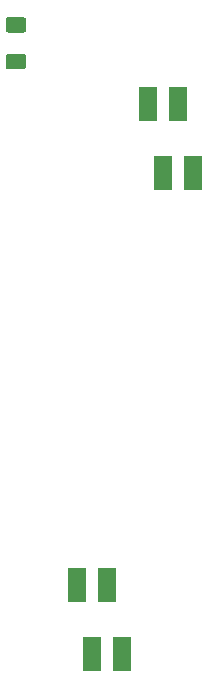
<source format=gbr>
G04 #@! TF.GenerationSoftware,KiCad,Pcbnew,5.1.5+dfsg1-2build2*
G04 #@! TF.CreationDate,2020-12-04T10:46:50+09:00*
G04 #@! TF.ProjectId,robot,726f626f-742e-46b6-9963-61645f706362,rev?*
G04 #@! TF.SameCoordinates,Original*
G04 #@! TF.FileFunction,Paste,Top*
G04 #@! TF.FilePolarity,Positive*
%FSLAX46Y46*%
G04 Gerber Fmt 4.6, Leading zero omitted, Abs format (unit mm)*
G04 Created by KiCad (PCBNEW 5.1.5+dfsg1-2build2) date 2020-12-04 10:46:50*
%MOMM*%
%LPD*%
G04 APERTURE LIST*
%ADD10R,1.498600X2.997200*%
%ADD11C,0.100000*%
G04 APERTURE END LIST*
D10*
X-13335000Y-86054937D03*
X-14605000Y-80205063D03*
X-15875000Y-86054937D03*
X-17145000Y-80205063D03*
D11*
G36*
X-21670496Y-32151204D02*
G01*
X-21646227Y-32154804D01*
X-21622429Y-32160765D01*
X-21599329Y-32169030D01*
X-21577151Y-32179520D01*
X-21556107Y-32192133D01*
X-21536402Y-32206747D01*
X-21518223Y-32223223D01*
X-21501747Y-32241402D01*
X-21487133Y-32261107D01*
X-21474520Y-32282151D01*
X-21464030Y-32304329D01*
X-21455765Y-32327429D01*
X-21449804Y-32351227D01*
X-21446204Y-32375496D01*
X-21445000Y-32400000D01*
X-21445000Y-33200000D01*
X-21446204Y-33224504D01*
X-21449804Y-33248773D01*
X-21455765Y-33272571D01*
X-21464030Y-33295671D01*
X-21474520Y-33317849D01*
X-21487133Y-33338893D01*
X-21501747Y-33358598D01*
X-21518223Y-33376777D01*
X-21536402Y-33393253D01*
X-21556107Y-33407867D01*
X-21577151Y-33420480D01*
X-21599329Y-33430970D01*
X-21622429Y-33439235D01*
X-21646227Y-33445196D01*
X-21670496Y-33448796D01*
X-21695000Y-33450000D01*
X-22945000Y-33450000D01*
X-22969504Y-33448796D01*
X-22993773Y-33445196D01*
X-23017571Y-33439235D01*
X-23040671Y-33430970D01*
X-23062849Y-33420480D01*
X-23083893Y-33407867D01*
X-23103598Y-33393253D01*
X-23121777Y-33376777D01*
X-23138253Y-33358598D01*
X-23152867Y-33338893D01*
X-23165480Y-33317849D01*
X-23175970Y-33295671D01*
X-23184235Y-33272571D01*
X-23190196Y-33248773D01*
X-23193796Y-33224504D01*
X-23195000Y-33200000D01*
X-23195000Y-32400000D01*
X-23193796Y-32375496D01*
X-23190196Y-32351227D01*
X-23184235Y-32327429D01*
X-23175970Y-32304329D01*
X-23165480Y-32282151D01*
X-23152867Y-32261107D01*
X-23138253Y-32241402D01*
X-23121777Y-32223223D01*
X-23103598Y-32206747D01*
X-23083893Y-32192133D01*
X-23062849Y-32179520D01*
X-23040671Y-32169030D01*
X-23017571Y-32160765D01*
X-22993773Y-32154804D01*
X-22969504Y-32151204D01*
X-22945000Y-32150000D01*
X-21695000Y-32150000D01*
X-21670496Y-32151204D01*
G37*
G36*
X-21670496Y-35251204D02*
G01*
X-21646227Y-35254804D01*
X-21622429Y-35260765D01*
X-21599329Y-35269030D01*
X-21577151Y-35279520D01*
X-21556107Y-35292133D01*
X-21536402Y-35306747D01*
X-21518223Y-35323223D01*
X-21501747Y-35341402D01*
X-21487133Y-35361107D01*
X-21474520Y-35382151D01*
X-21464030Y-35404329D01*
X-21455765Y-35427429D01*
X-21449804Y-35451227D01*
X-21446204Y-35475496D01*
X-21445000Y-35500000D01*
X-21445000Y-36300000D01*
X-21446204Y-36324504D01*
X-21449804Y-36348773D01*
X-21455765Y-36372571D01*
X-21464030Y-36395671D01*
X-21474520Y-36417849D01*
X-21487133Y-36438893D01*
X-21501747Y-36458598D01*
X-21518223Y-36476777D01*
X-21536402Y-36493253D01*
X-21556107Y-36507867D01*
X-21577151Y-36520480D01*
X-21599329Y-36530970D01*
X-21622429Y-36539235D01*
X-21646227Y-36545196D01*
X-21670496Y-36548796D01*
X-21695000Y-36550000D01*
X-22945000Y-36550000D01*
X-22969504Y-36548796D01*
X-22993773Y-36545196D01*
X-23017571Y-36539235D01*
X-23040671Y-36530970D01*
X-23062849Y-36520480D01*
X-23083893Y-36507867D01*
X-23103598Y-36493253D01*
X-23121777Y-36476777D01*
X-23138253Y-36458598D01*
X-23152867Y-36438893D01*
X-23165480Y-36417849D01*
X-23175970Y-36395671D01*
X-23184235Y-36372571D01*
X-23190196Y-36348773D01*
X-23193796Y-36324504D01*
X-23195000Y-36300000D01*
X-23195000Y-35500000D01*
X-23193796Y-35475496D01*
X-23190196Y-35451227D01*
X-23184235Y-35427429D01*
X-23175970Y-35404329D01*
X-23165480Y-35382151D01*
X-23152867Y-35361107D01*
X-23138253Y-35341402D01*
X-23121777Y-35323223D01*
X-23103598Y-35306747D01*
X-23083893Y-35292133D01*
X-23062849Y-35279520D01*
X-23040671Y-35269030D01*
X-23017571Y-35260765D01*
X-22993773Y-35254804D01*
X-22969504Y-35251204D01*
X-22945000Y-35250000D01*
X-21695000Y-35250000D01*
X-21670496Y-35251204D01*
G37*
D10*
X-11145000Y-39495063D03*
X-9875000Y-45344937D03*
X-8605000Y-39495063D03*
X-7335000Y-45344937D03*
M02*

</source>
